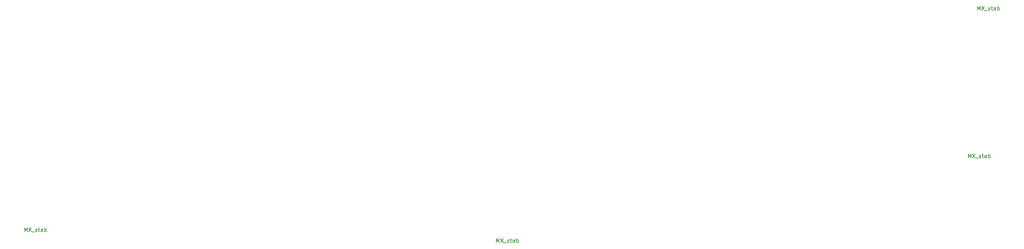
<source format=gbr>
%TF.GenerationSoftware,KiCad,Pcbnew,(7.99.0-267-g8440d7258b)*%
%TF.CreationDate,2024-01-28T22:05:12-08:00*%
%TF.ProjectId,379,3337392e-6b69-4636-9164-5f7063625858,rev?*%
%TF.SameCoordinates,Original*%
%TF.FileFunction,Other,Comment*%
%FSLAX46Y46*%
G04 Gerber Fmt 4.6, Leading zero omitted, Abs format (unit mm)*
G04 Created by KiCad (PCBNEW (7.99.0-267-g8440d7258b)) date 2024-01-28 22:05:12*
%MOMM*%
%LPD*%
G01*
G04 APERTURE LIST*
%ADD10C,0.150000*%
G04 APERTURE END LIST*
D10*
%TO.C,S3*%
X82359035Y-95590619D02*
X82359035Y-94590619D01*
X82359035Y-94590619D02*
X82692368Y-95304904D01*
X82692368Y-95304904D02*
X83025701Y-94590619D01*
X83025701Y-94590619D02*
X83025701Y-95590619D01*
X83406654Y-94590619D02*
X84073320Y-95590619D01*
X84073320Y-94590619D02*
X83406654Y-95590619D01*
X84216178Y-95685857D02*
X84978082Y-95685857D01*
X85168559Y-95543000D02*
X85263797Y-95590619D01*
X85263797Y-95590619D02*
X85454273Y-95590619D01*
X85454273Y-95590619D02*
X85549511Y-95543000D01*
X85549511Y-95543000D02*
X85597130Y-95447761D01*
X85597130Y-95447761D02*
X85597130Y-95400142D01*
X85597130Y-95400142D02*
X85549511Y-95304904D01*
X85549511Y-95304904D02*
X85454273Y-95257285D01*
X85454273Y-95257285D02*
X85311416Y-95257285D01*
X85311416Y-95257285D02*
X85216178Y-95209666D01*
X85216178Y-95209666D02*
X85168559Y-95114428D01*
X85168559Y-95114428D02*
X85168559Y-95066809D01*
X85168559Y-95066809D02*
X85216178Y-94971571D01*
X85216178Y-94971571D02*
X85311416Y-94923952D01*
X85311416Y-94923952D02*
X85454273Y-94923952D01*
X85454273Y-94923952D02*
X85549511Y-94971571D01*
X85882845Y-94923952D02*
X86263797Y-94923952D01*
X86025702Y-94590619D02*
X86025702Y-95447761D01*
X86025702Y-95447761D02*
X86073321Y-95543000D01*
X86073321Y-95543000D02*
X86168559Y-95590619D01*
X86168559Y-95590619D02*
X86263797Y-95590619D01*
X87025702Y-95590619D02*
X87025702Y-95066809D01*
X87025702Y-95066809D02*
X86978083Y-94971571D01*
X86978083Y-94971571D02*
X86882845Y-94923952D01*
X86882845Y-94923952D02*
X86692369Y-94923952D01*
X86692369Y-94923952D02*
X86597131Y-94971571D01*
X87025702Y-95543000D02*
X86930464Y-95590619D01*
X86930464Y-95590619D02*
X86692369Y-95590619D01*
X86692369Y-95590619D02*
X86597131Y-95543000D01*
X86597131Y-95543000D02*
X86549512Y-95447761D01*
X86549512Y-95447761D02*
X86549512Y-95352523D01*
X86549512Y-95352523D02*
X86597131Y-95257285D01*
X86597131Y-95257285D02*
X86692369Y-95209666D01*
X86692369Y-95209666D02*
X86930464Y-95209666D01*
X86930464Y-95209666D02*
X87025702Y-95162047D01*
X87501893Y-95590619D02*
X87501893Y-94590619D01*
X87501893Y-94971571D02*
X87597131Y-94923952D01*
X87597131Y-94923952D02*
X87787607Y-94923952D01*
X87787607Y-94923952D02*
X87882845Y-94971571D01*
X87882845Y-94971571D02*
X87930464Y-95019190D01*
X87930464Y-95019190D02*
X87978083Y-95114428D01*
X87978083Y-95114428D02*
X87978083Y-95400142D01*
X87978083Y-95400142D02*
X87930464Y-95495380D01*
X87930464Y-95495380D02*
X87882845Y-95543000D01*
X87882845Y-95543000D02*
X87787607Y-95590619D01*
X87787607Y-95590619D02*
X87597131Y-95590619D01*
X87597131Y-95590619D02*
X87501893Y-95543000D01*
%TO.C,S4*%
X203802785Y-98384619D02*
X203802785Y-97384619D01*
X203802785Y-97384619D02*
X204136118Y-98098904D01*
X204136118Y-98098904D02*
X204469451Y-97384619D01*
X204469451Y-97384619D02*
X204469451Y-98384619D01*
X204850404Y-97384619D02*
X205517070Y-98384619D01*
X205517070Y-97384619D02*
X204850404Y-98384619D01*
X205659928Y-98479857D02*
X206421832Y-98479857D01*
X206612309Y-98337000D02*
X206707547Y-98384619D01*
X206707547Y-98384619D02*
X206898023Y-98384619D01*
X206898023Y-98384619D02*
X206993261Y-98337000D01*
X206993261Y-98337000D02*
X207040880Y-98241761D01*
X207040880Y-98241761D02*
X207040880Y-98194142D01*
X207040880Y-98194142D02*
X206993261Y-98098904D01*
X206993261Y-98098904D02*
X206898023Y-98051285D01*
X206898023Y-98051285D02*
X206755166Y-98051285D01*
X206755166Y-98051285D02*
X206659928Y-98003666D01*
X206659928Y-98003666D02*
X206612309Y-97908428D01*
X206612309Y-97908428D02*
X206612309Y-97860809D01*
X206612309Y-97860809D02*
X206659928Y-97765571D01*
X206659928Y-97765571D02*
X206755166Y-97717952D01*
X206755166Y-97717952D02*
X206898023Y-97717952D01*
X206898023Y-97717952D02*
X206993261Y-97765571D01*
X207326595Y-97717952D02*
X207707547Y-97717952D01*
X207469452Y-97384619D02*
X207469452Y-98241761D01*
X207469452Y-98241761D02*
X207517071Y-98337000D01*
X207517071Y-98337000D02*
X207612309Y-98384619D01*
X207612309Y-98384619D02*
X207707547Y-98384619D01*
X208469452Y-98384619D02*
X208469452Y-97860809D01*
X208469452Y-97860809D02*
X208421833Y-97765571D01*
X208421833Y-97765571D02*
X208326595Y-97717952D01*
X208326595Y-97717952D02*
X208136119Y-97717952D01*
X208136119Y-97717952D02*
X208040881Y-97765571D01*
X208469452Y-98337000D02*
X208374214Y-98384619D01*
X208374214Y-98384619D02*
X208136119Y-98384619D01*
X208136119Y-98384619D02*
X208040881Y-98337000D01*
X208040881Y-98337000D02*
X207993262Y-98241761D01*
X207993262Y-98241761D02*
X207993262Y-98146523D01*
X207993262Y-98146523D02*
X208040881Y-98051285D01*
X208040881Y-98051285D02*
X208136119Y-98003666D01*
X208136119Y-98003666D02*
X208374214Y-98003666D01*
X208374214Y-98003666D02*
X208469452Y-97956047D01*
X208945643Y-98384619D02*
X208945643Y-97384619D01*
X208945643Y-97765571D02*
X209040881Y-97717952D01*
X209040881Y-97717952D02*
X209231357Y-97717952D01*
X209231357Y-97717952D02*
X209326595Y-97765571D01*
X209326595Y-97765571D02*
X209374214Y-97813190D01*
X209374214Y-97813190D02*
X209421833Y-97908428D01*
X209421833Y-97908428D02*
X209421833Y-98194142D01*
X209421833Y-98194142D02*
X209374214Y-98289380D01*
X209374214Y-98289380D02*
X209326595Y-98337000D01*
X209326595Y-98337000D02*
X209231357Y-98384619D01*
X209231357Y-98384619D02*
X209040881Y-98384619D01*
X209040881Y-98384619D02*
X208945643Y-98337000D01*
%TO.C,S1*%
X327627785Y-38440619D02*
X327627785Y-37440619D01*
X327627785Y-37440619D02*
X327961118Y-38154904D01*
X327961118Y-38154904D02*
X328294451Y-37440619D01*
X328294451Y-37440619D02*
X328294451Y-38440619D01*
X328675404Y-37440619D02*
X329342070Y-38440619D01*
X329342070Y-37440619D02*
X328675404Y-38440619D01*
X329484928Y-38535857D02*
X330246832Y-38535857D01*
X330437309Y-38393000D02*
X330532547Y-38440619D01*
X330532547Y-38440619D02*
X330723023Y-38440619D01*
X330723023Y-38440619D02*
X330818261Y-38393000D01*
X330818261Y-38393000D02*
X330865880Y-38297761D01*
X330865880Y-38297761D02*
X330865880Y-38250142D01*
X330865880Y-38250142D02*
X330818261Y-38154904D01*
X330818261Y-38154904D02*
X330723023Y-38107285D01*
X330723023Y-38107285D02*
X330580166Y-38107285D01*
X330580166Y-38107285D02*
X330484928Y-38059666D01*
X330484928Y-38059666D02*
X330437309Y-37964428D01*
X330437309Y-37964428D02*
X330437309Y-37916809D01*
X330437309Y-37916809D02*
X330484928Y-37821571D01*
X330484928Y-37821571D02*
X330580166Y-37773952D01*
X330580166Y-37773952D02*
X330723023Y-37773952D01*
X330723023Y-37773952D02*
X330818261Y-37821571D01*
X331151595Y-37773952D02*
X331532547Y-37773952D01*
X331294452Y-37440619D02*
X331294452Y-38297761D01*
X331294452Y-38297761D02*
X331342071Y-38393000D01*
X331342071Y-38393000D02*
X331437309Y-38440619D01*
X331437309Y-38440619D02*
X331532547Y-38440619D01*
X332294452Y-38440619D02*
X332294452Y-37916809D01*
X332294452Y-37916809D02*
X332246833Y-37821571D01*
X332246833Y-37821571D02*
X332151595Y-37773952D01*
X332151595Y-37773952D02*
X331961119Y-37773952D01*
X331961119Y-37773952D02*
X331865881Y-37821571D01*
X332294452Y-38393000D02*
X332199214Y-38440619D01*
X332199214Y-38440619D02*
X331961119Y-38440619D01*
X331961119Y-38440619D02*
X331865881Y-38393000D01*
X331865881Y-38393000D02*
X331818262Y-38297761D01*
X331818262Y-38297761D02*
X331818262Y-38202523D01*
X331818262Y-38202523D02*
X331865881Y-38107285D01*
X331865881Y-38107285D02*
X331961119Y-38059666D01*
X331961119Y-38059666D02*
X332199214Y-38059666D01*
X332199214Y-38059666D02*
X332294452Y-38012047D01*
X332770643Y-38440619D02*
X332770643Y-37440619D01*
X332770643Y-37821571D02*
X332865881Y-37773952D01*
X332865881Y-37773952D02*
X333056357Y-37773952D01*
X333056357Y-37773952D02*
X333151595Y-37821571D01*
X333151595Y-37821571D02*
X333199214Y-37869190D01*
X333199214Y-37869190D02*
X333246833Y-37964428D01*
X333246833Y-37964428D02*
X333246833Y-38250142D01*
X333246833Y-38250142D02*
X333199214Y-38345380D01*
X333199214Y-38345380D02*
X333151595Y-38393000D01*
X333151595Y-38393000D02*
X333056357Y-38440619D01*
X333056357Y-38440619D02*
X332865881Y-38440619D01*
X332865881Y-38440619D02*
X332770643Y-38393000D01*
%TO.C,S2*%
X325246535Y-76540619D02*
X325246535Y-75540619D01*
X325246535Y-75540619D02*
X325579868Y-76254904D01*
X325579868Y-76254904D02*
X325913201Y-75540619D01*
X325913201Y-75540619D02*
X325913201Y-76540619D01*
X326294154Y-75540619D02*
X326960820Y-76540619D01*
X326960820Y-75540619D02*
X326294154Y-76540619D01*
X327103678Y-76635857D02*
X327865582Y-76635857D01*
X328056059Y-76493000D02*
X328151297Y-76540619D01*
X328151297Y-76540619D02*
X328341773Y-76540619D01*
X328341773Y-76540619D02*
X328437011Y-76493000D01*
X328437011Y-76493000D02*
X328484630Y-76397761D01*
X328484630Y-76397761D02*
X328484630Y-76350142D01*
X328484630Y-76350142D02*
X328437011Y-76254904D01*
X328437011Y-76254904D02*
X328341773Y-76207285D01*
X328341773Y-76207285D02*
X328198916Y-76207285D01*
X328198916Y-76207285D02*
X328103678Y-76159666D01*
X328103678Y-76159666D02*
X328056059Y-76064428D01*
X328056059Y-76064428D02*
X328056059Y-76016809D01*
X328056059Y-76016809D02*
X328103678Y-75921571D01*
X328103678Y-75921571D02*
X328198916Y-75873952D01*
X328198916Y-75873952D02*
X328341773Y-75873952D01*
X328341773Y-75873952D02*
X328437011Y-75921571D01*
X328770345Y-75873952D02*
X329151297Y-75873952D01*
X328913202Y-75540619D02*
X328913202Y-76397761D01*
X328913202Y-76397761D02*
X328960821Y-76493000D01*
X328960821Y-76493000D02*
X329056059Y-76540619D01*
X329056059Y-76540619D02*
X329151297Y-76540619D01*
X329913202Y-76540619D02*
X329913202Y-76016809D01*
X329913202Y-76016809D02*
X329865583Y-75921571D01*
X329865583Y-75921571D02*
X329770345Y-75873952D01*
X329770345Y-75873952D02*
X329579869Y-75873952D01*
X329579869Y-75873952D02*
X329484631Y-75921571D01*
X329913202Y-76493000D02*
X329817964Y-76540619D01*
X329817964Y-76540619D02*
X329579869Y-76540619D01*
X329579869Y-76540619D02*
X329484631Y-76493000D01*
X329484631Y-76493000D02*
X329437012Y-76397761D01*
X329437012Y-76397761D02*
X329437012Y-76302523D01*
X329437012Y-76302523D02*
X329484631Y-76207285D01*
X329484631Y-76207285D02*
X329579869Y-76159666D01*
X329579869Y-76159666D02*
X329817964Y-76159666D01*
X329817964Y-76159666D02*
X329913202Y-76112047D01*
X330389393Y-76540619D02*
X330389393Y-75540619D01*
X330389393Y-75921571D02*
X330484631Y-75873952D01*
X330484631Y-75873952D02*
X330675107Y-75873952D01*
X330675107Y-75873952D02*
X330770345Y-75921571D01*
X330770345Y-75921571D02*
X330817964Y-75969190D01*
X330817964Y-75969190D02*
X330865583Y-76064428D01*
X330865583Y-76064428D02*
X330865583Y-76350142D01*
X330865583Y-76350142D02*
X330817964Y-76445380D01*
X330817964Y-76445380D02*
X330770345Y-76493000D01*
X330770345Y-76493000D02*
X330675107Y-76540619D01*
X330675107Y-76540619D02*
X330484631Y-76540619D01*
X330484631Y-76540619D02*
X330389393Y-76493000D01*
%TD*%
M02*

</source>
